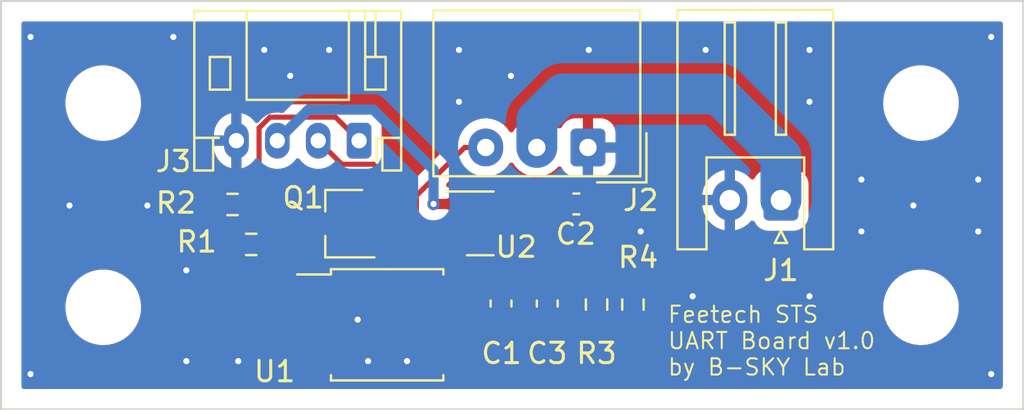
<source format=kicad_pcb>
(kicad_pcb (version 20221018) (generator pcbnew)
  (layers (0 "F.Cu" signal) (31 "B.Cu" signal) (34 "B.Paste" user) (35 "F.Paste" user) (36 "B.SilkS" user "B.Silkscreen") (37 "F.SilkS" user "F.Silkscreen") (38 "B.Mask" user) (39 "F.Mask" user) (44 "Edge.Cuts" user))
  (net 0 "")
  (net 1 "+3.3V")
  (net 2 "GND")
  (net 3 "/BAT")
  (net 4 "/signal")
  (net 5 "/STS_TX")
  (net 6 "/STS_RX")
  (net 7 "Net-(Q1-C)")
  (net 8 "Net-(Q1-B)")
  (net 9 "Net-(U1-B)")
  (net 10 "+5V")
  (footprint "Connector_JST:JST_XH_S2B-XH-A_1x02_P2.50mm_Horizontal" (layer "F.Cu") (at 168.148 119.75 180)
    (fp_text reference "J1" (at 0 -3.44) (layer "F.SilkS"))
    (fp_text value "BAT" hide)
    (fp_line (start -2.56 -2.41) (end -1.14 -2.41) (stroke (width 0.12)) (layer "F.SilkS"))
    (fp_line (start -2.56 9.31) (end -2.56 -2.41) (stroke (width 0.12)) (layer "F.SilkS"))
    (fp_line (start -1.14 -2.41) (end -1.14 2.09) (stroke (width 0.12)) (layer "F.SilkS"))
    (fp_line (start -1.14 2.09) (end 1.25 2.09) (stroke (width 0.12)) (layer "F.SilkS"))
    (fp_line (start -0.3 -2.1) (end 0.3 -2.1) (stroke (width 0.12)) (layer "F.SilkS"))
    (fp_line (start -0.25 3.2) (end -0.25 8.7) (stroke (width 0.12)) (layer "F.SilkS"))
    (fp_line (start -0.25 8.7) (end 0.25 8.7) (stroke (width 0.12)) (layer "F.SilkS"))
    (fp_line (start 0 -1.5) (end -0.3 -2.1) (stroke (width 0.12)) (layer "F.SilkS"))
    (fp_line (start 0.25 3.2) (end -0.25 3.2) (stroke (width 0.12)) (layer "F.SilkS"))
    (fp_line (start 0.25 8.7) (end 0.25 3.2) (stroke (width 0.12)) (layer "F.SilkS"))
    (fp_line (start 0.3 -2.1) (end 0 -1.5) (stroke (width 0.12)) (layer "F.SilkS"))
    (fp_line (start 1.25 9.31) (end -2.56 9.31) (stroke (width 0.12)) (layer "F.SilkS"))
    (fp_line (start 1.25 9.31) (end 5.06 9.31) (stroke (width 0.12)) (layer "F.SilkS"))
    (fp_line (start 2.25 3.2) (end 2.25 8.7) (stroke (width 0.12)) (layer "F.SilkS"))
    (fp_line (start 2.25 8.7) (end 2.75 8.7) (stroke (width 0.12)) (layer "F.SilkS"))
    (fp_line (start 2.75 3.2) (end 2.25 3.2) (stroke (width 0.12)) (layer "F.SilkS"))
    (fp_line (start 2.75 8.7) (end 2.75 3.2) (stroke (width 0.12)) (layer "F.SilkS"))
    (fp_line (start 3.64 -2.41) (end 3.64 2.09) (stroke (width 0.12)) (layer "F.SilkS"))
    (fp_line (start 3.64 2.09) (end 1.25 2.09) (stroke (width 0.12)) (layer "F.SilkS"))
    (fp_line (start 5.06 -2.41) (end 3.64 -2.41) (stroke (width 0.12)) (layer "F.SilkS"))
    (fp_line (start 5.06 9.31) (end 5.06 -2.41) (stroke (width 0.12)) (layer "F.SilkS"))
    (pad "1" thru_hole roundrect (at 0 0 180) (size 1.7 2) (drill 1) (layers "*.Cu" "*.Mask") (roundrect_rratio 0.1470588235) (net 3 "/BAT"))
    (pad "2" thru_hole oval (at 2.5 0 180) (size 1.7 2) (drill 1) (layers "*.Cu" "*.Mask") (net 2 "GND"))
  )
  (footprint "MountingHole:MountingHole_3.2mm_M3" (layer "F.Cu") (at 175 115)
    (fp_text reference "MH3" hide)
    (fp_text value "MountingHole_3.2mm_M3" hide)
    (pad "" np_thru_hole circle (at 0 0) (size 3.2 3.2) (drill 3.2) (layers "*.Cu" "*.Mask"))
  )
  (footprint "Resistor_SMD:R_0603_1608Metric_Pad0.98x0.95mm_HandSolder" (layer "F.Cu") (at 159.131 124.8664 90)
    (fp_text reference "R3" (at -2.3876 0 180) (layer "F.SilkS"))
    (fp_text value "2.2k" hide)
    (fp_line (start -0.254724 -0.5225) (end 0.254724 -0.5225) (stroke (width 0.12)) (layer "F.SilkS"))
    (fp_line (start -0.254724 0.5225) (end 0.254724 0.5225) (stroke (width 0.12)) (layer "F.SilkS"))
    (pad "1" smd roundrect (at -0.9125 0 90) (size 0.975 0.95) (layers "F.Cu" "F.Paste" "F.Mask") (net 9 "Net-(U1-B)"))
    (pad "2" smd roundrect (at 0.9125 0 90) (size 0.975 0.95) (layers "F.Cu" "F.Paste" "F.Mask") (net 1 "+3.3V"))
  )
  (footprint "Capacitor_SMD:C_0603_1608Metric_Pad1.08x0.95mm_HandSolder" (layer "F.Cu") (at 156.718 124.8156 -90)
    (fp_text reference "C3" (at 2.4384 0 -180) (layer "F.SilkS"))
    (fp_text value "1u" hide)
    (fp_line (start -0.146267 -0.51) (end 0.146267 -0.51) (stroke (width 0.12)) (layer "F.SilkS"))
    (fp_line (start -0.146267 0.51) (end 0.146267 0.51) (stroke (width 0.12)) (layer "F.SilkS"))
    (pad "1" smd roundrect (at -0.8625 0 270) (size 1.075 0.95) (layers "F.Cu" "F.Paste" "F.Mask") (net 1 "+3.3V"))
    (pad "2" smd roundrect (at 0.8625 0 270) (size 1.075 0.95) (layers "F.Cu" "F.Paste" "F.Mask") (net 2 "GND"))
  )
  (footprint "Connector_JST:JST_PH_S4B-PH-K_1x04_P2.00mm_Horizontal" (layer "F.Cu") (at 147.5144 116.84 180)
    (fp_text reference "J3" (at 9.0844 -1.016) (layer "F.SilkS"))
    (fp_text value "Conn_01x04" hide)
    (fp_line (start -2.06 -1.46) (end -2.06 6.36) (stroke (width 0.12)) (layer "F.SilkS"))
    (fp_line (start -2.06 0.14) (end -1.14 0.14) (stroke (width 0.12)) (layer "F.SilkS"))
    (fp_line (start -2.06 6.36) (end 8.06 6.36) (stroke (width 0.12)) (layer "F.SilkS"))
    (fp_line (start -1.3 2.5) (end -1.3 4.1) (stroke (width 0.12)) (layer "F.SilkS"))
    (fp_line (start -1.3 4.1) (end -0.3 4.1) (stroke (width 0.12)) (layer "F.SilkS"))
    (fp_line (start -1.14 -1.46) (end -2.06 -1.46) (stroke (width 0.12)) (layer "F.SilkS"))
    (fp_line (start -1.14 0.14) (end -1.14 -1.46) (stroke (width 0.12)) (layer "F.SilkS"))
    (fp_line (start -0.86 0.14) (end -1.14 0.14) (stroke (width 0.12)) (layer "F.SilkS"))
    (fp_line (start -0.86 0.14) (end -0.86 -1.075) (stroke (width 0.12)) (layer "F.SilkS"))
    (fp_line (start -0.8 4.1) (end -0.8 6.36) (stroke (width 0.12)) (layer "F.SilkS"))
    (fp_line (start -0.3 2.5) (end -1.3 2.5) (stroke (width 0.12)) (layer "F.SilkS"))
    (fp_line (start -0.3 4.1) (end -0.3 2.5) (stroke (width 0.12)) (layer "F.SilkS"))
    (fp_line (start -0.3 4.1) (end -0.3 6.36) (stroke (width 0.12)) (layer "F.SilkS"))
    (fp_line (start 0.5 2) (end 5.5 2) (stroke (width 0.12)) (layer "F.SilkS"))
    (fp_line (start 0.5 6.36) (end 0.5 2) (stroke (width 0.12)) (layer "F.SilkS"))
    (fp_line (start 5.5 2) (end 5.5 6.36) (stroke (width 0.12)) (layer "F.SilkS"))
    (fp_line (start 6.3 2.5) (end 7.3 2.5) (stroke (width 0.12)) (layer "F.SilkS"))
    (fp_line (start 6.3 4.1) (end 6.3 2.5) (stroke (width 0.12)) (layer "F.SilkS"))
    (fp_line (start 7.14 -1.46) (end 7.14 0.14) (stroke (width 0.12)) (layer "F.SilkS"))
    (fp_line (start 7.14 0.14) (end 6.86 0.14) (stroke (width 0.12)) (layer "F.SilkS"))
    (fp_line (start 7.3 2.5) (end 7.3 4.1) (stroke (width 0.12)) (layer "F.SilkS"))
    (fp_line (start 7.3 4.1) (end 6.3 4.1) (stroke (width 0.12)) (layer "F.SilkS"))
    (fp_line (start 8.06 -1.46) (end 7.14 -1.46) (stroke (width 0.12)) (layer "F.SilkS"))
    (fp_line (start 8.06 0.14) (end 7.14 0.14) (stroke (width 0.12)) (layer "F.SilkS"))
    (fp_line (start 8.06 6.36) (end 8.06 -1.46) (stroke (width 0.12)) (layer "F.SilkS"))
    (pad "1" thru_hole roundrect (at 0 0 180) (size 1.2 1.75) (drill 0.75) (layers "*.Cu" "*.Mask") (roundrect_rratio 0.2083333333) (net 5 "/STS_TX"))
    (pad "2" thru_hole oval (at 2 0 180) (size 1.2 1.75) (drill 0.75) (layers "*.Cu" "*.Mask") (net 6 "/STS_RX"))
    (pad "3" thru_hole oval (at 4 0 180) (size 1.2 1.75) (drill 0.75) (layers "*.Cu" "*.Mask") (net 10 "+5V"))
    (pad "4" thru_hole oval (at 6 0 180) (size 1.2 1.75) (drill 0.75) (layers "*.Cu" "*.Mask") (net 2 "GND"))
  )
  (footprint "Resistor_SMD:R_0603_1608Metric_Pad0.98x0.95mm_HandSolder" (layer "F.Cu") (at 160.909 124.8664 -90)
    (fp_text reference "R4" (at -2.3114 -0.254) (layer "F.SilkS"))
    (fp_text value "2.2k" hide)
    (fp_line (start -0.254724 -0.5225) (end 0.254724 -0.5225) (stroke (width 0.12)) (layer "F.SilkS"))
    (fp_line (start -0.254724 0.5225) (end 0.254724 0.5225) (stroke (width 0.12)) (layer "F.SilkS"))
    (pad "1" smd roundrect (at -0.9125 0 270) (size 0.975 0.95) (layers "F.Cu" "F.Paste" "F.Mask") (net 2 "GND"))
    (pad "2" smd roundrect (at 0.9125 0 270) (size 0.975 0.95) (layers "F.Cu" "F.Paste" "F.Mask") (net 9 "Net-(U1-B)"))
  )
  (footprint "Resistor_SMD:R_0603_1608Metric_Pad0.98x0.95mm_HandSolder" (layer "F.Cu") (at 141.3275 119.9642)
    (fp_text reference "R2" (at -2.7705 -0.0762 180) (layer "F.SilkS"))
    (fp_text value "20k" hide)
    (fp_line (start -0.254724 -0.5225) (end 0.254724 -0.5225) (stroke (width 0.12)) (layer "F.SilkS"))
    (fp_line (start -0.254724 0.5225) (end 0.254724 0.5225) (stroke (width 0.12)) (layer "F.SilkS"))
    (pad "1" smd roundrect (at -0.9125 0) (size 0.975 0.95) (layers "F.Cu" "F.Paste" "F.Mask") (net 2 "GND"))
    (pad "2" smd roundrect (at 0.9125 0) (size 0.975 0.95) (layers "F.Cu" "F.Paste" "F.Mask") (net 7 "Net-(Q1-C)"))
  )
  (footprint "Package_SO:SOP-8_5.28x5.23mm_P1.27mm" (layer "F.Cu") (at 148.888 125.857)
    (fp_text reference "U1" (at -5.505 2.286 180) (layer "F.SilkS"))
    (fp_text value "MAX3485" hide)
    (fp_line (start -2.75 -2.725) (end -2.75 -2.465) (stroke (width 0.12)) (layer "F.SilkS"))
    (fp_line (start -2.75 -2.465) (end -4.4 -2.465) (stroke (width 0.12)) (layer "F.SilkS"))
    (fp_line (start -2.75 2.725) (end -2.75 2.465) (stroke (width 0.12)) (layer "F.SilkS"))
    (fp_line (start 0 -2.725) (end -2.75 -2.725) (stroke (width 0.12)) (layer "F.SilkS"))
    (fp_line (start 0 -2.725) (end 2.75 -2.725) (stroke (width 0.12)) (layer "F.SilkS"))
    (fp_line (start 0 2.725) (end -2.75 2.725) (stroke (width 0.12)) (layer "F.SilkS"))
    (fp_line (start 0 2.725) (end 2.75 2.725) (stroke (width 0.12)) (layer "F.SilkS"))
    (fp_line (start 2.75 -2.725) (end 2.75 -2.465) (stroke (width 0.12)) (layer "F.SilkS"))
    (fp_line (start 2.75 2.725) (end 2.75 2.465) (stroke (width 0.12)) (layer "F.SilkS"))
    (pad "1" smd roundrect (at -3.6 -1.905) (size 1.6 0.6) (layers "F.Cu" "F.Paste" "F.Mask") (net 6 "/STS_RX"))
    (pad "2" smd roundrect (at -3.6 -0.635) (size 1.6 0.6) (layers "F.Cu" "F.Paste" "F.Mask") (net 7 "Net-(Q1-C)"))
    (pad "3" smd roundrect (at -3.6 0.635) (size 1.6 0.6) (layers "F.Cu" "F.Paste" "F.Mask") (net 7 "Net-(Q1-C)"))
    (pad "4" smd roundrect (at -3.6 1.905) (size 1.6 0.6) (layers "F.Cu" "F.Paste" "F.Mask") (net 5 "/STS_TX"))
    (pad "5" smd roundrect (at 3.6 1.905) (size 1.6 0.6) (layers "F.Cu" "F.Paste" "F.Mask") (net 2 "GND"))
    (pad "6" smd roundrect (at 3.6 0.635) (size 1.6 0.6) (layers "F.Cu" "F.Paste" "F.Mask") (net 4 "/signal"))
    (pad "7" smd roundrect (at 3.6 -0.635) (size 1.6 0.6) (layers "F.Cu" "F.Paste" "F.Mask") (net 9 "Net-(U1-B)"))
    (pad "8" smd roundrect (at 3.6 -1.905) (size 1.6 0.6) (layers "F.Cu" "F.Paste" "F.Mask") (net 1 "+3.3V"))
  )
  (footprint "MountingHole:MountingHole_3.2mm_M3" (layer "F.Cu") (at 135 115)
    (fp_text reference "MH2" hide)
    (fp_text value "MountingHole_3.2mm_M3" hide)
    (pad "" np_thru_hole circle (at 0 0) (size 3.2 3.2) (drill 3.2) (layers "*.Cu" "*.Mask"))
  )
  (footprint "MountingHole:MountingHole_3.2mm_M3" (layer "F.Cu") (at 175 125)
    (fp_text reference "MH4" hide)
    (fp_text value "MountingHole_3.2mm_M3" hide)
    (pad "" np_thru_hole circle (at 0 0) (size 3.2 3.2) (drill 3.2) (layers "*.Cu" "*.Mask"))
  )
  (footprint "Package_TO_SOT_SMD:SC-59_Handsoldering" (layer "F.Cu") (at 146.812 120.904 180)
    (fp_text reference "Q1" (at 2.032 1.27 180) (layer "F.SilkS"))
    (fp_text value "2SA1162" hide)
    (fp_line (start -1.45 -1.65) (end 0.95 -1.65) (stroke (width 0.12)) (layer "F.SilkS"))
    (fp_line (start -0.85 1.65) (end 0.95 1.65) (stroke (width 0.12)) (layer "F.SilkS"))
    (fp_line (start 0.95 -1.65) (end 0.95 -0.6) (stroke (width 0.12)) (layer "F.SilkS"))
    (fp_line (start 0.95 1.65) (end 0.95 0.6) (stroke (width 0.12)) (layer "F.SilkS"))
    (pad "1" smd rect (at -1.65 -0.95 180) (size 1.8 0.8) (layers "F.Cu" "F.Paste" "F.Mask") (net 1 "+3.3V"))
    (pad "2" smd rect (at -1.65 0.95 180) (size 1.8 0.8) (layers "F.Cu" "F.Paste" "F.Mask") (net 7 "Net-(Q1-C)"))
    (pad "3" smd rect (at 1.65 0 180) (size 1.8 0.8) (layers "F.Cu" "F.Paste" "F.Mask") (net 8 "Net-(Q1-B)"))
  )
  (footprint "Connector_Molex:Molex_SPOX_5268-03A_1x03_P2.50mm_Horizontal" (layer "F.Cu") (at 158.71 117.172 180)
    (fp_text reference "J2" (at -2.58 -2.589) (layer "F.SilkS"))
    (fp_text value "0022057035" hide)
    (fp_line (start -2.86 -1.71) (end -0.45 -1.71) (stroke (width 0.12)) (layer "F.SilkS"))
    (fp_line (start -2.86 0.7) (end -2.86 -1.71) (stroke (width 0.12)) (layer "F.SilkS"))
    (fp_line (start -2.56 -1.41) (end -2.56 6.71) (stroke (width 0.12)) (layer "F.SilkS"))
    (fp_line (start -2.56 6.71) (end 7.56 6.71) (stroke (width 0.12)) (layer "F.SilkS"))
    (fp_line (start 7.56 -1.41) (end -2.56 -1.41) (stroke (width 0.12)) (layer "F.SilkS"))
    (fp_line (start 7.56 6.71) (end 7.56 -1.41) (stroke (width 0.12)) (layer "F.SilkS"))
    (pad "1" thru_hole roundrect (at 0 0 180) (size 1.7 1.85) (drill 0.85) (layers "*.Cu" "*.Mask") (roundrect_rratio 0.1470588235) (net 2 "GND"))
    (pad "2" thru_hole oval (at 2.5 0 180) (size 1.7 1.85) (drill 0.85) (layers "*.Cu" "*.Mask") (net 3 "/BAT"))
    (pad "3" thru_hole oval (at 5 0 180) (size 1.7 1.85) (drill 0.85) (layers "*.Cu" "*.Mask") (net 4 "/signal"))
  )
  (footprint "MountingHole:MountingHole_3.2mm_M3" (layer "F.Cu") (at 135 125)
    (fp_text reference "MH1" hide)
    (fp_text value "MountingHole_3.2mm_M3" hide)
    (pad "" np_thru_hole circle (at 0 0) (size 3.2 3.2) (drill 3.2) (layers "*.Cu" "*.Mask"))
  )
  (footprint "Capacitor_SMD:C_0603_1608Metric_Pad1.08x0.95mm_HandSolder" (layer "F.Cu") (at 154.4574 124.8145 -90)
    (fp_text reference "C1" (at 2.4395 -0.0254) (layer "F.SilkS"))
    (fp_text value "0.1u")
    (fp_line (start -0.146267 -0.51) (end 0.146267 -0.51) (stroke (width 0.12)) (layer "F.SilkS"))
    (fp_line (start -0.146267 0.51) (end 0.146267 0.51) (stroke (width 0.12)) (layer "F.SilkS"))
    (pad "1" smd roundrect (at -0.8625 0 270) (size 1.075 0.95) (layers "F.Cu" "F.Paste" "F.Mask") (net 1 "+3.3V"))
    (pad "2" smd roundrect (at 0.8625 0 270) (size 1.075 0.95) (layers "F.Cu" "F.Paste" "F.Mask") (net 2 "GND"))
  )
  (footprint "Package_TO_SOT_SMD:SOT-23" (layer "F.Cu") (at 153.4391 120.8888)
    (fp_text reference "U2" (at 1.7549 1.1582) (layer "F.SilkS"))
    (fp_text value "AP7384-33SA" hide)
    (fp_line (start 0 -1.56) (end -1.675 -1.56) (stroke (width 0.12)) (layer "F.SilkS"))
    (fp_line (start 0 -1.56) (end 0.65 -1.56) (stroke (width 0.12)) (layer "F.SilkS"))
    (fp_line (start 0 1.56) (end -0.65 1.56) (stroke (width 0.12)) (layer "F.SilkS"))
    (fp_line (start 0 1.56) (end 0.65 1.56) (stroke (width 0.12)) (layer "F.SilkS"))
    (pad "1" smd roundrect (at -0.9375 -0.95) (size 1.475 0.6) (layers "F.Cu" "F.Paste" "F.Mask") (net 10 "+5V"))
    (pad "2" smd roundrect (at -0.9375 0.95) (size 1.475 0.6) (layers "F.Cu" "F.Paste" "F.Mask") (net 1 "+3.3V"))
    (pad "3" smd roundrect (at 0.9375 0) (size 1.475 0.6) (layers "F.Cu" "F.Paste" "F.Mask") (net 2 "GND"))
  )
  (footprint "Capacitor_SMD:C_0603_1608Metric_Pad1.08x0.95mm_HandSolder" (layer "F.Cu") (at 158.1404 119.9388)
    (fp_text reference "C2" (at -0.0254 1.4732) (layer "F.SilkS"))
    (fp_text value "1u" hide)
    (fp_line (start -0.146267 -0.51) (end 0.146267 -0.51) (stroke (width 0.12)) (layer "F.SilkS"))
    (fp_line (start -0.146267 0.51) (end 0.146267 0.51) (stroke (width 0.12)) (layer "F.SilkS"))
    (pad "1" smd roundrect (at -0.8625 0) (size 1.075 0.95) (layers "F.Cu" "F.Paste" "F.Mask") (net 10 "+5V"))
    (pad "2" smd roundrect (at 0.8625 0) (size 1.075 0.95) (layers "F.Cu" "F.Paste" "F.Mask") (net 2 "GND"))
  )
  (footprint "Resistor_SMD:R_0603_1608Metric_Pad0.98x0.95mm_HandSolder" (layer "F.Cu") (at 142.24 121.92)
    (fp_text reference "R1" (at -2.667 -0.127 180) (layer "F.SilkS"))
    (fp_text value "7.5k" hide)
    (fp_line (start -0.254724 -0.5225) (end 0.254724 -0.5225) (stroke (width 0.12)) (layer "F.SilkS"))
    (fp_line (start -0.254724 0.5225) (end 0.254724 0.5225) (stroke (width 0.12)) (layer "F.SilkS"))
    (pad "1" smd roundrect (at -0.9125 0) (size 0.975 0.95) (layers "F.Cu" "F.Paste" "F.Mask") (net 5 "/STS_TX"))
    (pad "2" smd roundrect (at 0.9125 0) (size 0.975 0.95) (layers "F.Cu" "F.Paste" "F.Mask") (net 8 "Net-(Q1-B)"))
  )
  (gr_rect (start 130 110) (end 180 130) (stroke (width 0.1)) (fill none) (layer "Edge.Cuts"))
  (gr_text "Feetech STS\nUART Board v1.0\nby B-SKY Lab" (at 162.56 128.397) (layer "F.SilkS") (effects (font (size 0.8 0.8) (thickness 0.1)) (justify left bottom)))
  (segment (start 156.1592 123.9531) (end 152.4891 123.9531) (width 0.5) (layer "F.Cu") (net 1))
  (segment (start 159.131 123.9539) (end 158.496 123.9539) (width 0.5) (layer "F.Cu") (net 1))
  (segment (start 156.16 123.9539) (end 156.1592 123.9531) (width 0.25) (layer "F.Cu") (net 1))
  (segment (start 152.5016 123.9384) (end 152.488 123.952) (width 0.5) (layer "F.Cu") (net 1))
  (segment (start 152.4891 123.9531) (end 152.488 123.952) (width 0.5) (layer "F.Cu") (net 1))
  (segment (start 158.496 123.9539) (end 158.4952 123.9531) (width 0.5) (layer "F.Cu") (net 1))
  (segment (start 156.464 123.9531) (end 158.4952 123.9531) (width 0.5) (layer "F.Cu") (net 1))
  (segment (start 152.5016 121.8388) (end 152.5016 123.9384) (width 0.5) (layer "F.Cu") (net 1))
  (segment (start 150.56 123.952) (end 148.462 121.854) (width 0.5) (layer "F.Cu") (net 1))
  (segment (start 152.488 123.952) (end 150.56 123.952) (width 0.5) (layer "F.Cu") (net 1))
  (via (at 154.94 113.665) (size 0.605) (drill 0.3) (layers "F.Cu" "B.Cu") (net 2))
  (via (at 169.545 124.46) (size 0.605) (drill 0.3) (layers "F.Cu" "B.Cu") (net 2))
  (via (at 146.05 112.395) (size 0.605) (drill 0.3) (layers "F.Cu" "B.Cu") (net 2))
  (via (at 144.145 113.665) (size 0.605) (drill 0.3) (layers "F.Cu" "B.Cu") (net 2))
  (via (at 147.447 125.603) (size 0.605) (drill 0.3) (layers "F.Cu" "B.Cu") (net 2))
  (via (at 161.29 121.285) (size 0.605) (drill 0.3) (layers "F.Cu" "B.Cu") (net 2))
  (via (at 149.86 127.635) (size 0.605) (drill 0.3) (layers "F.Cu" "B.Cu") (net 2))
  (via (at 139.065 127.635) (size 0.605) (drill 0.3) (layers "F.Cu" "B.Cu") (net 2))
  (via (at 172.085 118.745) (size 0.605) (drill 0.3) (layers "F.Cu" "B.Cu") (net 2))
  (via (at 178.435 111.76) (size 0.605) (drill 0.3) (layers "F.Cu" "B.Cu") (net 2))
  (via (at 152.4 112.395) (size 0.605) (drill 0.3) (layers "F.Cu" "B.Cu") (net 2))
  (via (at 169.545 112.395) (size 0.605) (drill 0.3) (layers "F.Cu" "B.Cu") (net 2))
  (via (at 174.625 120.015) (size 0.605) (drill 0.3) (layers "F.Cu" "B.Cu") (net 2))
  (via (at 172.085 121.285) (size 0.605) (drill 0.3) (layers "F.Cu" "B.Cu") (net 2))
  (via (at 163.83 124.46) (size 0.605) (drill 0.3) (layers "F.Cu" "B.Cu") (net 2))
  (via (at 177.8 121.285) (size 0.605) (drill 0.3) (layers "F.Cu" "B.Cu") (net 2))
  (via (at 137.16 120.015) (size 0.605) (drill 0.3) (layers "F.Cu" "B.Cu") (net 2))
  (via (at 164.465 112.395) (size 0.605) (drill 0.3) (layers "F.Cu" "B.Cu") (net 2))
  (via (at 177.8 118.745) (size 0.605) (drill 0.3) (layers "F.Cu" "B.Cu") (net 2))
  (via (at 169.545 114.935) (size 0.605) (drill 0.3) (layers "F.Cu" "B.Cu") (net 2))
  (via (at 178.435 128.27) (size 0.605) (drill 0.3) (layers "F.Cu" "B.Cu") (net 2))
  (via (at 131.445 128.27) (size 0.605) (drill 0.3) (layers "F.Cu" "B.Cu") (net 2))
  (via (at 133.35 120.015) (size 0.605) (drill 0.3) (layers "F.Cu" "B.Cu") (net 2))
  (via (at 158.75 112.395) (size 0.605) (drill 0.3) (layers "F.Cu" "B.Cu") (net 2))
  (via (at 152.4 114.935) (size 0.605) (drill 0.3) (layers "F.Cu" "B.Cu") (net 2))
  (via (at 141.605 127.635) (size 0.605) (drill 0.3) (layers "F.Cu" "B.Cu") (net 2))
  (via (at 139.065 123.19) (size 0.605) (drill 0.3) (layers "F.Cu" "B.Cu") (net 2))
  (via (at 138.43 111.76) (size 0.605) (drill 0.3) (layers "F.Cu" "B.Cu") (net 2))
  (via (at 131.445 111.76) (size 0.605) (drill 0.3) (layers "F.Cu" "B.Cu") (net 2))
  (via (at 142.875 112.395) (size 0.605) (drill 0.3) (layers "F.Cu" "B.Cu") (net 2))
  (via (at 147.955 127.635) (size 0.605) (drill 0.3) (layers "F.Cu" "B.Cu") (net 2))
  (segment (start 156.21 117.172) (end 156.21 115.824) (width 2) (layer "B.Cu") (net 3))
  (segment (start 157.48 114.554) (end 165.1 114.554) (width 2) (layer "B.Cu") (net 3))
  (segment (start 168.148 117.602) (end 168.148 119.75) (width 2) (layer "B.Cu") (net 3))
  (segment (start 165.1 114.554) (end 168.148 117.602) (width 2) (layer "B.Cu") (net 3))
  (segment (start 156.21 115.824) (end 157.48 114.554) (width 2) (layer "B.Cu") (net 3))
  (segment (start 150.807103 126.492) (end 147.1168 122.801697) (width 0.25) (layer "F.Cu") (net 4))
  (segment (start 152.488 126.492) (end 150.807103 126.492) (width 0.25) (layer "F.Cu") (net 4))
  (segment (start 152.6776 117.172) (end 153.71 117.172) (width 0.25) (layer "F.Cu") (net 4))
  (segment (start 150.3172 119.5324) (end 152.6776 117.172) (width 0.25) (layer "F.Cu") (net 4))
  (segment (start 147.1168 121.412) (end 147.4256 121.1032) (width 0.25) (layer "F.Cu") (net 4))
  (segment (start 150.3172 120.40628) (end 150.3172 119.5324) (width 0.25) (layer "F.Cu") (net 4))
  (segment (start 147.1168 122.801697) (end 147.1168 121.412) (width 0.25) (layer "F.Cu") (net 4))
  (segment (start 147.4256 121.1032) (end 149.620279 121.103201) (width 0.25) (layer "F.Cu") (net 4))
  (segment (start 149.620279 121.103201) (end 150.3172 120.40628) (width 0.25) (layer "F.Cu") (net 4))
  (segment (start 145.288 127.762) (end 145.153565 127.762) (width 0.25) (layer "F.Cu") (net 5))
  (segment (start 141.3275 123.935935) (end 141.3275 121.92) (width 0.25) (layer "F.Cu") (net 5))
  (segment (start 141.3275 119.481321) (end 142.621 118.187821) (width 0.25) (layer "F.Cu") (net 5))
  (segment (start 146.362 115.6876) (end 143.150969 115.6876) (width 0.25) (layer "F.Cu") (net 5))
  (segment (start 143.150969 115.6876) (end 142.621 116.217569) (width 0.25) (layer "F.Cu") (net 5))
  (segment (start 142.621 116.217569) (end 142.621 118.187821) (width 0.25) (layer "F.Cu") (net 5))
  (segment (start 145.153565 127.762) (end 141.3275 123.935935) (width 0.25) (layer "F.Cu") (net 5))
  (segment (start 147.5144 116.84) (end 146.362 115.6876) (width 0.25) (layer "F.Cu") (net 5))
  (segment (start 141.3275 121.92) (end 141.3275 119.481321) (width 0.25) (layer "F.Cu") (net 5))
  (segment (start 147.2184 120.7008) (end 149.4536 120.7008) (width 0.25) (layer "F.Cu") (net 6))
  (segment (start 149.7584 120.396) (end 149.7584 119.5324) (width 0.25) (layer "F.Cu") (net 6))
  (segment (start 149.4536 120.7008) (end 149.7584 120.396) (width 0.25) (layer "F.Cu") (net 6))
  (segment (start 146.6668 117.9924) (end 148.2184 117.9924) (width 0.25) (layer "F.Cu") (net 6))
  (segment (start 145.288 122.6312) (end 145.288 123.952) (width 0.25) (layer "F.Cu") (net 6))
  (segment (start 145.5144 116.84) (end 146.6668 117.9924) (width 0.25) (layer "F.Cu") (net 6))
  (segment (start 149.7584 119.5324) (end 148.2184 117.9924) (width 0.25) (layer "F.Cu") (net 6))
  (segment (start 147.2184 120.7008) (end 145.288 122.6312) (width 0.25) (layer "F.Cu") (net 6))
  (segment (start 145.288 126.492) (end 145.288 125.476) (width 0.6) (layer "F.Cu") (net 7))
  (segment (start 142.2502 119.954) (end 148.462 119.954) (width 0.25) (layer "F.Cu") (net 7))
  (segment (start 145.153565 125.222) (end 145.288 125.222) (width 0.25) (layer "F.Cu") (net 7))
  (segment (start 142.24 119.9642) (end 142.2502 119.954) (width 0.25) (layer "F.Cu") (net 7))
  (segment (start 142.24 122.308435) (end 145.153565 125.222) (width 0.25) (layer "F.Cu") (net 7))
  (segment (start 142.24 119.9642) (end 142.24 122.308435) (width 0.25) (layer "F.Cu") (net 7))
  (segment (start 145.288 125.476) (end 145.288 125.222) (width 0.6) (layer "F.Cu") (net 7))
  (segment (start 144.146 121.92) (end 145.162 120.904) (width 0.25) (layer "F.Cu") (net 8))
  (segment (start 143.1525 121.92) (end 144.146 121.92) (width 0.25) (layer "F.Cu") (net 8))
  (segment (start 160.909 125.7789) (end 158.4706 125.7789) (width 0.25) (layer "F.Cu") (net 9))
  (segment (start 152.8944 124.8156) (end 152.488 125.222) (width 0.25) (layer "F.Cu") (net 9))
  (segment (start 157.5073 124.8156) (end 152.8944 124.8156) (width 0.25) (layer "F.Cu") (net 9))
  (segment (start 158.4706 125.7789) (end 157.5073 124.8156) (width 0.25) (layer "F.Cu") (net 9))
  (segment (start 151.16695 119.9388) (end 152.61705 119.9388) (width 0.5) (layer "F.Cu") (net 10))
  (segment (start 152.4785 119.9388) (end 157.2779 119.9388) (width 0.5) (layer "F.Cu") (net 10))
  (via (at 151.1554 119.9388) (size 0.605) (drill 0.3) (layers "F.Cu" "B.Cu") (net 10))
  (segment (start 143.5144 116.84) (end 145.0384 115.316) (width 0.5) (layer "B.Cu") (net 10))
  (segment (start 151.1554 118.2624) (end 151.1554 119.9388) (width 0.5) (layer "B.Cu") (net 10))
  (segment (start 148.209 115.316) (end 151.1554 118.2624) (width 0.5) (layer "B.Cu") (net 10))
  (segment (start 145.0384 115.316) (end 148.209 115.316) (width 0.5) (layer "B.Cu") (net 10))
  (zone (net 2) (net_name "GND") (layers "F&B.Cu") (connect_pads (clearance 0.5)) (min_thickness 0.25) (fill yes (thermal_gap 0.5) (thermal_bridge_width 0.5))
    (polygon (pts (xy 131 129) (xy 131 111) (xy 179 111) (xy 179 129)))
  )
)
</source>
